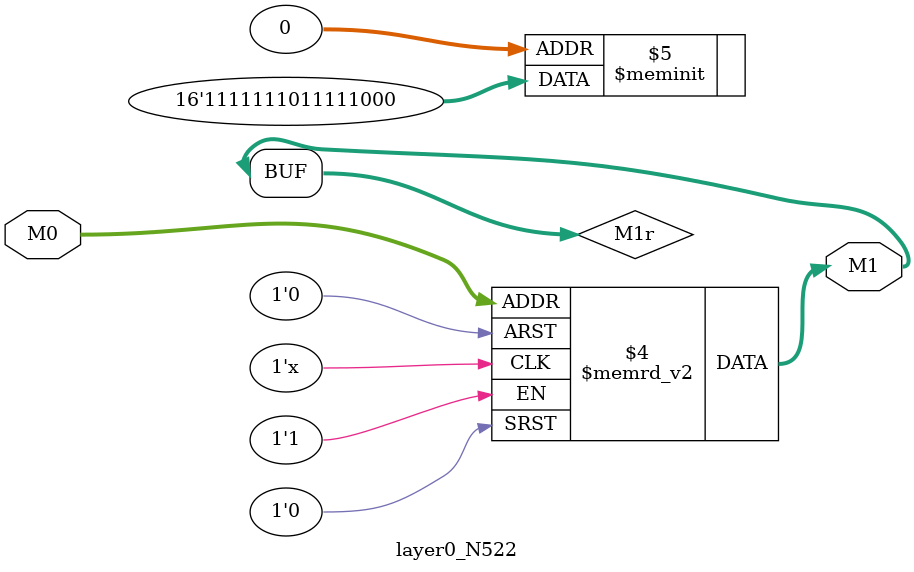
<source format=v>
module layer0_N522 ( input [2:0] M0, output [1:0] M1 );

	(*rom_style = "distributed" *) reg [1:0] M1r;
	assign M1 = M1r;
	always @ (M0) begin
		case (M0)
			3'b000: M1r = 2'b00;
			3'b100: M1r = 2'b10;
			3'b010: M1r = 2'b11;
			3'b110: M1r = 2'b11;
			3'b001: M1r = 2'b10;
			3'b101: M1r = 2'b11;
			3'b011: M1r = 2'b11;
			3'b111: M1r = 2'b11;

		endcase
	end
endmodule

</source>
